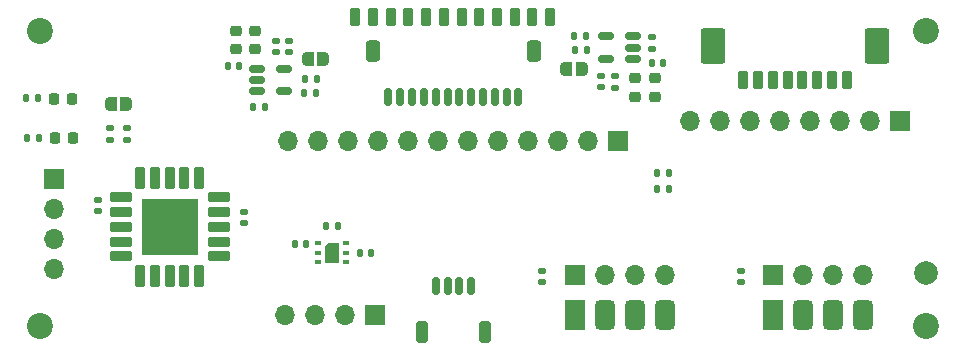
<source format=gbr>
%TF.GenerationSoftware,KiCad,Pcbnew,9.0.2*%
%TF.CreationDate,2025-06-06T22:39:28+05:30*%
%TF.ProjectId,AQEYE-SB-D1,41514559-452d-4534-922d-44312e6b6963,0.1*%
%TF.SameCoordinates,Original*%
%TF.FileFunction,Soldermask,Top*%
%TF.FilePolarity,Negative*%
%FSLAX46Y46*%
G04 Gerber Fmt 4.6, Leading zero omitted, Abs format (unit mm)*
G04 Created by KiCad (PCBNEW 9.0.2) date 2025-06-06 22:39:28*
%MOMM*%
%LPD*%
G01*
G04 APERTURE LIST*
G04 Aperture macros list*
%AMRoundRect*
0 Rectangle with rounded corners*
0 $1 Rounding radius*
0 $2 $3 $4 $5 $6 $7 $8 $9 X,Y pos of 4 corners*
0 Add a 4 corners polygon primitive as box body*
4,1,4,$2,$3,$4,$5,$6,$7,$8,$9,$2,$3,0*
0 Add four circle primitives for the rounded corners*
1,1,$1+$1,$2,$3*
1,1,$1+$1,$4,$5*
1,1,$1+$1,$6,$7*
1,1,$1+$1,$8,$9*
0 Add four rect primitives between the rounded corners*
20,1,$1+$1,$2,$3,$4,$5,0*
20,1,$1+$1,$4,$5,$6,$7,0*
20,1,$1+$1,$6,$7,$8,$9,0*
20,1,$1+$1,$8,$9,$2,$3,0*%
%AMOutline5P*
0 Free polygon, 5 corners , with rotation*
0 The origin of the aperture is its center*
0 number of corners: always 5*
0 $1 to $10 corner X, Y*
0 $11 Rotation angle, in degrees counterclockwise*
0 create outline with 5 corners*
4,1,5,$1,$2,$3,$4,$5,$6,$7,$8,$9,$10,$1,$2,$11*%
%AMOutline6P*
0 Free polygon, 6 corners , with rotation*
0 The origin of the aperture is its center*
0 number of corners: always 6*
0 $1 to $12 corner X, Y*
0 $13 Rotation angle, in degrees counterclockwise*
0 create outline with 6 corners*
4,1,6,$1,$2,$3,$4,$5,$6,$7,$8,$9,$10,$11,$12,$1,$2,$13*%
%AMOutline7P*
0 Free polygon, 7 corners , with rotation*
0 The origin of the aperture is its center*
0 number of corners: always 7*
0 $1 to $14 corner X, Y*
0 $15 Rotation angle, in degrees counterclockwise*
0 create outline with 7 corners*
4,1,7,$1,$2,$3,$4,$5,$6,$7,$8,$9,$10,$11,$12,$13,$14,$1,$2,$15*%
%AMOutline8P*
0 Free polygon, 8 corners , with rotation*
0 The origin of the aperture is its center*
0 number of corners: always 8*
0 $1 to $16 corner X, Y*
0 $17 Rotation angle, in degrees counterclockwise*
0 create outline with 8 corners*
4,1,8,$1,$2,$3,$4,$5,$6,$7,$8,$9,$10,$11,$12,$13,$14,$15,$16,$1,$2,$17*%
%AMFreePoly0*
4,1,15,-0.500000,0.200000,-0.480423,0.323607,-0.423607,0.435114,-0.335114,0.523607,-0.223607,0.580423,-0.100000,0.600000,0.500000,0.600000,0.500000,-0.600000,-0.100000,-0.600000,-0.223607,-0.580423,-0.335114,-0.523607,-0.423607,-0.435114,-0.480423,-0.323607,-0.500000,-0.200000,-0.500000,0.200000,-0.500000,0.200000,$1*%
%AMFreePoly1*
4,1,15,-0.500000,0.600000,0.100000,0.600000,0.223607,0.580423,0.335114,0.523607,0.423607,0.435114,0.480423,0.323607,0.500000,0.200000,0.500000,-0.200000,0.480423,-0.323607,0.423607,-0.435114,0.335114,-0.523607,0.223607,-0.580423,0.100000,-0.600000,-0.500000,-0.600000,-0.500000,0.600000,-0.500000,0.600000,$1*%
G04 Aperture macros list end*
%ADD10RoundRect,0.135000X0.135000X0.185000X-0.135000X0.185000X-0.135000X-0.185000X0.135000X-0.185000X0*%
%ADD11RoundRect,0.225000X-0.250000X0.225000X-0.250000X-0.225000X0.250000X-0.225000X0.250000X0.225000X0*%
%ADD12RoundRect,0.225000X0.225000X0.525000X-0.225000X0.525000X-0.225000X-0.525000X0.225000X-0.525000X0*%
%ADD13RoundRect,0.218750X-0.218750X-0.256250X0.218750X-0.256250X0.218750X0.256250X-0.218750X0.256250X0*%
%ADD14RoundRect,0.135000X0.185000X-0.135000X0.185000X0.135000X-0.185000X0.135000X-0.185000X-0.135000X0*%
%ADD15C,2.200000*%
%ADD16RoundRect,0.140000X-0.140000X-0.170000X0.140000X-0.170000X0.140000X0.170000X-0.140000X0.170000X0*%
%ADD17RoundRect,0.135000X-0.135000X-0.185000X0.135000X-0.185000X0.135000X0.185000X-0.135000X0.185000X0*%
%ADD18RoundRect,0.225000X0.250000X-0.225000X0.250000X0.225000X-0.250000X0.225000X-0.250000X-0.225000X0*%
%ADD19RoundRect,0.212500X-0.212500X0.737500X-0.212500X-0.737500X0.212500X-0.737500X0.212500X0.737500X0*%
%ADD20RoundRect,0.212500X-0.737500X0.212500X-0.737500X-0.212500X0.737500X-0.212500X0.737500X0.212500X0*%
%ADD21R,4.800000X4.800000*%
%ADD22RoundRect,0.150000X0.150000X0.625000X-0.150000X0.625000X-0.150000X-0.625000X0.150000X-0.625000X0*%
%ADD23RoundRect,0.250000X0.350000X0.650000X-0.350000X0.650000X-0.350000X-0.650000X0.350000X-0.650000X0*%
%ADD24FreePoly0,180.000000*%
%ADD25FreePoly1,180.000000*%
%ADD26RoundRect,0.140000X-0.170000X0.140000X-0.170000X-0.140000X0.170000X-0.140000X0.170000X0.140000X0*%
%ADD27RoundRect,0.150000X-0.512500X-0.150000X0.512500X-0.150000X0.512500X0.150000X-0.512500X0.150000X0*%
%ADD28RoundRect,0.200000X0.200000X0.600000X-0.200000X0.600000X-0.200000X-0.600000X0.200000X-0.600000X0*%
%ADD29RoundRect,0.250001X0.799999X1.249999X-0.799999X1.249999X-0.799999X-1.249999X0.799999X-1.249999X0*%
%ADD30R,1.700000X1.700000*%
%ADD31O,1.700000X1.700000*%
%ADD32FreePoly0,0.000000*%
%ADD33FreePoly1,0.000000*%
%ADD34R,0.550000X0.400000*%
%ADD35Outline5P,-0.625000X0.537500X-0.312500X0.850000X0.625000X0.850000X0.625000X-0.850000X-0.625000X-0.850000X0.000000*%
%ADD36RoundRect,0.150000X0.512500X0.150000X-0.512500X0.150000X-0.512500X-0.150000X0.512500X-0.150000X0*%
%ADD37R,1.700000X2.500000*%
%ADD38RoundRect,0.400000X0.450000X-0.850000X0.450000X0.850000X-0.450000X0.850000X-0.450000X-0.850000X0*%
%ADD39RoundRect,0.140000X0.170000X-0.140000X0.170000X0.140000X-0.170000X0.140000X-0.170000X-0.140000X0*%
%ADD40RoundRect,0.140000X0.140000X0.170000X-0.140000X0.170000X-0.140000X-0.170000X0.140000X-0.170000X0*%
%ADD41RoundRect,0.135000X-0.185000X0.135000X-0.185000X-0.135000X0.185000X-0.135000X0.185000X0.135000X0*%
%ADD42RoundRect,0.150000X-0.150000X-0.625000X0.150000X-0.625000X0.150000X0.625000X-0.150000X0.625000X0*%
%ADD43RoundRect,0.208333X-0.291667X-0.691667X0.291667X-0.691667X0.291667X0.691667X-0.291667X0.691667X0*%
%ADD44C,2.000000*%
G04 APERTURE END LIST*
D10*
X25854999Y22290000D03*
X24835001Y22290000D03*
D11*
X54545000Y23500000D03*
X54545000Y21950000D03*
D12*
X39665152Y28655001D03*
D10*
X48754999Y25895000D03*
X47735001Y25895000D03*
D13*
X3627500Y21775000D03*
X5202500Y21775000D03*
D12*
X44163788Y28655001D03*
D14*
X8385000Y18295001D03*
X8385000Y19314999D03*
D15*
X77500000Y2500000D03*
X77500000Y27500000D03*
D12*
X45663333Y28655001D03*
D16*
X29525000Y8745000D03*
X30485000Y8745000D03*
D17*
X24905001Y23415000D03*
X25924999Y23415000D03*
D14*
X9875000Y18295001D03*
X9875000Y19314999D03*
D18*
X20655000Y25970000D03*
X20655000Y27520000D03*
D19*
X15942500Y15067500D03*
X14692500Y15067500D03*
X13442500Y15067500D03*
X12192500Y15067500D03*
X10942500Y15067500D03*
D20*
X9292500Y13417500D03*
X9292500Y12167500D03*
X9292500Y10917500D03*
X9292500Y9667500D03*
X9292500Y8417500D03*
D19*
X10942500Y6767500D03*
X12192500Y6767500D03*
X13442500Y6767500D03*
X14692500Y6767500D03*
X15942500Y6767500D03*
D20*
X17592500Y8417500D03*
X17592500Y9667500D03*
X17592500Y10917500D03*
X17592500Y12167500D03*
X17592500Y13417500D03*
D21*
X13442500Y10917500D03*
D22*
X42975000Y21905000D03*
X41975000Y21905000D03*
X40975000Y21905000D03*
X39975000Y21905000D03*
X38975000Y21905000D03*
X37975000Y21905000D03*
X36975000Y21905000D03*
X35975000Y21905000D03*
X34975000Y21905000D03*
X33975000Y21905000D03*
X32975000Y21905000D03*
X31975000Y21905000D03*
D23*
X44275000Y25780000D03*
X30675000Y25780000D03*
D17*
X1295000Y21795000D03*
X2315000Y21795000D03*
D12*
X36666061Y28655001D03*
D24*
X48344999Y24305000D03*
D25*
X47045001Y24305000D03*
D26*
X51135001Y23675000D03*
X51135001Y22715000D03*
D27*
X20837500Y24313000D03*
X20837500Y23363000D03*
X20837500Y22413000D03*
X23112500Y22413000D03*
X23112500Y24313000D03*
D26*
X19775000Y12171250D03*
X19775000Y11211250D03*
D28*
X70770000Y23375000D03*
X69520000Y23375000D03*
X68270000Y23375000D03*
X67020000Y23375000D03*
X65770000Y23375000D03*
X64520000Y23375000D03*
X63270000Y23375000D03*
X62020000Y23375000D03*
D29*
X73320000Y26275000D03*
X59470000Y26275000D03*
D12*
X35166515Y28655001D03*
X33666970Y28655001D03*
X42664242Y28655001D03*
D30*
X47742500Y6824999D03*
D31*
X50282500Y6824999D03*
X52822499Y6824999D03*
X55362500Y6824999D03*
D32*
X8455001Y21345000D03*
D33*
X9754999Y21345000D03*
D34*
X26040000Y9542500D03*
X26040000Y8742500D03*
X26040000Y7942500D03*
X28340000Y7942500D03*
X28340000Y8742500D03*
X28340000Y9542500D03*
D35*
X27190000Y8742500D03*
D12*
X38165606Y28655001D03*
D10*
X55704999Y14125001D03*
X54685001Y14125001D03*
D36*
X52662501Y25156001D03*
X52662501Y26106000D03*
X52662501Y27055999D03*
X50387501Y27055999D03*
X50387501Y25156001D03*
D15*
X2500000Y2500000D03*
D37*
X64550000Y3424999D03*
D38*
X67090000Y3424999D03*
X69630000Y3424999D03*
X72170000Y3424999D03*
D39*
X61815000Y6225000D03*
X61815000Y7185000D03*
D16*
X24025000Y9505000D03*
X24985000Y9505000D03*
D24*
X26444999Y25155000D03*
D25*
X25145001Y25155000D03*
D17*
X1405000Y18475000D03*
X2425000Y18475000D03*
D39*
X23565000Y25695000D03*
X23565000Y26655000D03*
D13*
X3727500Y18485000D03*
X5302500Y18485000D03*
D12*
X29168334Y28655001D03*
D10*
X55704999Y15515000D03*
X54685001Y15515000D03*
D12*
X30667879Y28655001D03*
D17*
X20505001Y21095000D03*
X21524999Y21095000D03*
D11*
X52875000Y23500000D03*
X52875000Y21950000D03*
D40*
X19335000Y24515000D03*
X18375000Y24515000D03*
D16*
X54295000Y24815000D03*
X55255000Y24815000D03*
D17*
X47705001Y27105000D03*
X48724999Y27105000D03*
D26*
X49985000Y23705000D03*
X49985000Y22745000D03*
D30*
X64542500Y6824999D03*
D31*
X67082500Y6824999D03*
X69622499Y6824999D03*
X72162500Y6824999D03*
D12*
X32167425Y28655001D03*
X41164697Y28655001D03*
D10*
X27704999Y10995000D03*
X26685001Y10995000D03*
D39*
X44985000Y6225000D03*
X44985000Y7185000D03*
D41*
X54285001Y26995000D03*
X54285001Y25975002D03*
D15*
X2500000Y27500000D03*
D39*
X7385000Y12254999D03*
X7385000Y13214999D03*
D30*
X75270000Y19925000D03*
D31*
X72730000Y19925000D03*
X70190001Y19925000D03*
X67650000Y19925000D03*
X65110000Y19925000D03*
X62570000Y19925000D03*
X60030000Y19925000D03*
X57489999Y19925000D03*
D30*
X51450000Y18175000D03*
D31*
X48910000Y18175000D03*
X46370001Y18175000D03*
X43830000Y18175000D03*
X41290000Y18175000D03*
X38750000Y18175000D03*
X36210000Y18175000D03*
X33669999Y18175000D03*
X31130000Y18175000D03*
X28590000Y18175000D03*
X26050000Y18175000D03*
X23510001Y18175000D03*
D42*
X35975000Y5895000D03*
X36975000Y5895000D03*
X37975000Y5895000D03*
X38975000Y5895000D03*
D43*
X34775000Y2020000D03*
X40175000Y2020000D03*
D30*
X30875000Y3424999D03*
D31*
X28335000Y3424999D03*
X25795001Y3424999D03*
X23255000Y3424999D03*
D39*
X22495000Y25695000D03*
X22495000Y26655000D03*
D18*
X19084999Y25970000D03*
X19084999Y27520000D03*
D44*
X77500000Y7000000D03*
D37*
X47750000Y3424999D03*
D38*
X50290000Y3424999D03*
X52830000Y3424999D03*
X55370000Y3424999D03*
D30*
X3625000Y14975000D03*
D31*
X3625000Y12435000D03*
X3625000Y9895001D03*
X3625000Y7355000D03*
M02*

</source>
